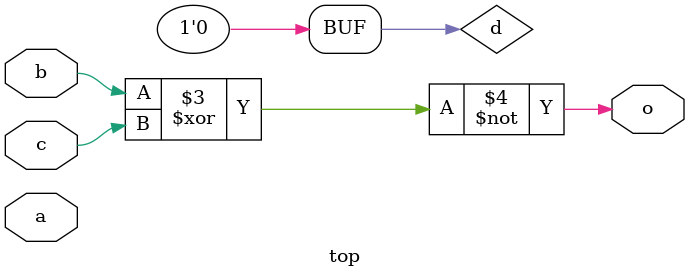
<source format=v>
module top ( a , b , c , o);

input a , b , c;

output o;

wire d;

and(d,a,1'b0);

xnor(o,d,b,c);

endmodule

</source>
